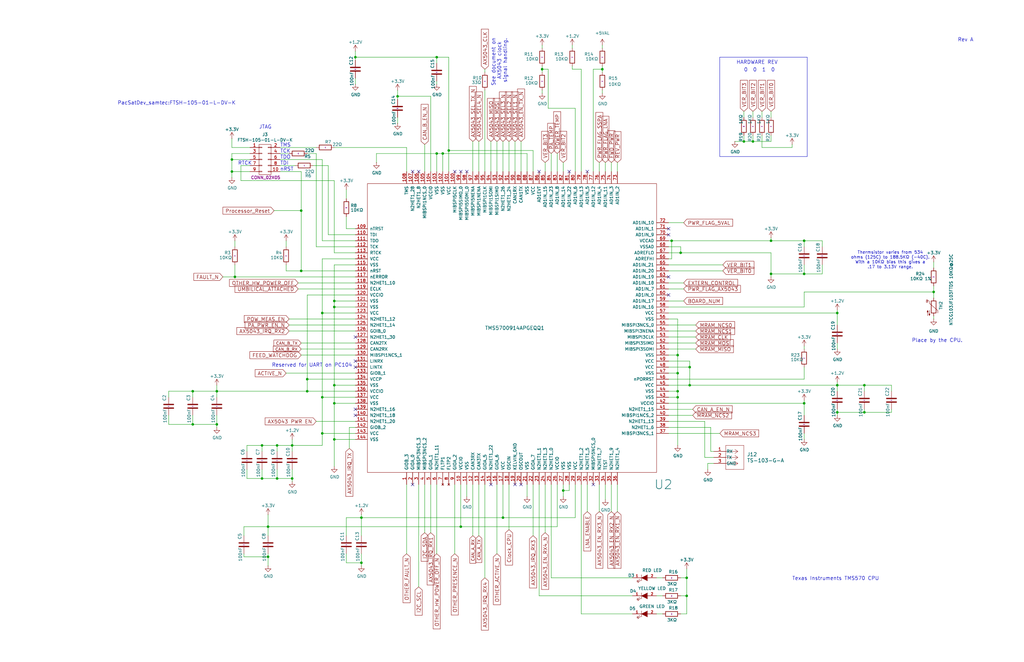
<source format=kicad_sch>
(kicad_sch (version 20250114) (generator "eeschema") (generator_version "9.0")
  (paper "USLedger")
  (title_block (title "Radiation Tolerant PacSat Communication") (date "2023-06-17") (rev "1.1") (company "AMSAT-NA") (comment 1 "N5BRG"))
  (text "Texas Instruments TMS570 CPU" (at 334.01 245.11 0) (effects (font (size 1.524 1.524)) (justify left bottom)))
  (text "RTCK" (at 100.33 69.85 0) (effects (font (size 1.524 1.524)) (justify left bottom)))
  (text "PacSatDev_samtec:FTSH-105-01-L-DV-K" (at 49.53 44.45 0) (effects (font (size 1.524 1.524)) (justify left bottom)))
  (text "1" (at 321.31 30.48 0) (effects (font (size 1.524 1.524)) (justify left bottom)))
  (text "0" (at 313.69 30.48 0) (effects (font (size 1.524 1.524)) (justify left bottom)))
  (text "See document on \nAX5043 clock\nsignal handling." (at 210.566 25.654 90) (effects (font (size 1.524 1.524))))
  (text "TCK" (at 118.11 64.77 0) (effects (font (size 1.524 1.524)) (justify left bottom)))
  (text "Rev A" (at 403.86 17.78 0) (effects (font (size 1.524 1.524)) (justify left bottom)))
  (text "nRST" (at 118.11 72.39 0) (effects (font (size 1.524 1.524)) (justify left bottom)))
  (text "TDI" (at 118.11 69.85 0) (effects (font (size 1.524 1.524)) (justify left bottom)))
  (text "JTAG" (at 109.22 54.61 0) (effects (font (size 1.524 1.524)) (justify left bottom)))
  (text "Place by the CPU." (at 395.224 143.764 0) (effects (font (size 1.524 1.524))))
  (text "Reserved for UART on PC104" (at 131.572 154.178 0) (effects (font (size 1.524 1.524))))
  (text "Thermsistor varies from 534\nohms (125C) to 188.5KΩ (-40C).\nWith a 10KΩ bias this gives a\n.17 to 3.13V range." (at 375.412 109.728 0) (effects (font (size 1.27 1.27))))
  (text "HARDWARE REV" (at 310.515 27.305 0) (effects (font (size 1.524 1.524)) (justify left bottom)))
  (text "0" (at 325.12 30.48 0) (effects (font (size 1.524 1.524)) (justify left bottom)))
  (text "0" (at 317.5 30.48 0) (effects (font (size 1.524 1.524)) (justify left bottom)))
  (text "TDO" (at 118.11 67.31 0) (effects (font (size 1.524 1.524)) (justify left bottom)))
  (text "TMS" (at 118.11 62.23 0) (effects (font (size 1.524 1.524)) (justify left bottom)))
  (junction (at 129.54 165.1))
  (junction (at 110.49 187.96))
  (junction (at 393.7 123.19))
  (junction (at 140.97 170.18))
  (junction (at 81.28 165.1))
  (junction (at 194.31 222.25))
  (junction (at 285.75 165.1))
  (junction (at 313.69 59.69))
  (junction (at 364.49 162.56))
  (junction (at 140.97 162.56))
  (junction (at 152.4 218.44))
  (junction (at 189.23 63.5))
  (junction (at 285.75 157.48))
  (junction (at 353.06 132.08))
  (junction (at 364.49 173.99))
  (junction (at 97.79 67.31))
  (junction (at 113.03 222.25))
  (junction (at 129.54 160.02))
  (junction (at 287.02 106.68))
  (junction (at 228.6 29.21))
  (junction (at 184.15 64.77))
  (junction (at 99.06 116.84))
  (junction (at 290.83 154.94))
  (junction (at 289.56 251.46))
  (junction (at 116.84 187.96))
  (junction (at 325.12 101.6))
  (junction (at 149.86 24.13))
  (junction (at 289.56 243.84))
  (junction (at 140.97 127))
  (junction (at 339.09 101.6))
  (junction (at 110.49 201.93))
  (junction (at 212.09 218.44))
  (junction (at 325.12 115.57))
  (junction (at 167.64 40.64))
  (junction (at 152.4 237.49))
  (junction (at 237.49 207.01))
  (junction (at 184.15 24.13))
  (junction (at 135.89 132.08))
  (junction (at 91.44 165.1))
  (junction (at 113.03 234.95))
  (junction (at 123.19 201.93))
  (junction (at 339.09 115.57))
  (junction (at 116.84 201.93))
  (junction (at 81.28 179.07))
  (junction (at 353.06 162.56))
  (junction (at 135.89 167.64))
  (junction (at 127 88.9))
  (junction (at 91.44 179.07))
  (junction (at 135.89 182.88))
  (junction (at 285.75 149.86))
  (junction (at 339.09 170.18))
  (junction (at 140.97 129.54))
  (junction (at 317.5 59.69))
  (junction (at 353.06 173.99))
  (junction (at 285.75 167.64))
  (junction (at 127 114.3))
  (junction (at 140.97 185.42))
  (junction (at 186.69 64.77))
  (junction (at 97.79 72.39))
  (junction (at 123.19 187.96))
  (junction (at 283.21 101.6))
  (junction (at 290.83 162.56))
  (junction (at 254 29.21))
  (no_connect (at 281.94 96.52))
  (no_connect (at 281.94 124.46))
  (no_connect (at 149.86 154.94))
  (no_connect (at 196.85 72.39))
  (no_connect (at 173.99 72.39))
  (no_connect (at 250.19 204.47))
  (no_connect (at 149.86 175.26))
  (no_connect (at 149.86 152.4))
  (no_connect (at 149.86 142.24))
  (no_connect (at 149.86 172.72))
  (no_connect (at 207.01 204.47))
  (no_connect (at 227.33 72.39))
  (no_connect (at 219.71 204.47))
  (no_connect (at 247.65 72.39))
  (no_connect (at 281.94 99.06))
  (no_connect (at 191.77 72.39))
  (no_connect (at 194.31 72.39))
  (no_connect (at 281.94 116.84))
  (no_connect (at 173.99 204.47))
  (no_connect (at 217.17 204.47))
  (no_connect (at 176.53 72.39))
  (no_connect (at 240.03 72.39))
  (wire (pts (xy 71.12 165.1) (xy 81.28 165.1)))
  (wire (pts (xy 245.11 259.08) (xy 266.7 259.08)))
  (wire (pts (xy 364.49 162.56) (xy 353.06 162.56)))
  (wire (pts (xy 91.44 162.56) (xy 91.44 165.1)))
  (wire (pts (xy 285.75 165.1) (xy 281.94 165.1)))
  (wire (pts (xy 135.89 182.88) (xy 135.89 187.96)))
  (wire (pts (xy 129.54 124.46) (xy 129.54 160.02)))
  (wire (pts (xy 146.05 226.06) (xy 146.05 218.44)))
  (wire (pts (xy 113.03 234.95) (xy 113.03 238.76)))
  (wire (pts (xy 339.09 170.18) (xy 339.09 175.26)))
  (wire (pts (xy 104.14 187.96) (xy 110.49 187.96)))
  (wire (pts (xy 135.89 101.6) (xy 135.89 67.31)))
  (wire (pts (xy 113.03 233.68) (xy 113.03 234.95)))
  (wire (pts (xy 393.7 120.65) (xy 393.7 123.19)))
  (wire (pts (xy 184.15 24.13) (xy 189.23 24.13)))
  (wire (pts (xy 91.44 175.26) (xy 91.44 179.07)))
  (wire (pts (xy 140.97 170.18) (xy 149.86 170.18)))
  (wire (pts (xy 353.06 132.08) (xy 353.06 137.16)))
  (wire (pts (xy 102.87 233.68) (xy 102.87 234.95)))
  (wire (pts (xy 339.09 123.19) (xy 393.7 123.19)))
  (wire (pts (xy 152.4 217.17) (xy 152.4 218.44)))
  (wire (pts (xy 393.7 110.49) (xy 393.7 113.03)))
  (wire (pts (xy 91.44 179.07) (xy 91.44 180.34)))
  (wire (pts (xy 120.65 101.6) (xy 120.65 104.14)))
  (wire (pts (xy 140.97 127) (xy 149.86 127)))
  (wire (pts (xy 285.75 149.86) (xy 285.75 157.48)))
  (wire (pts (xy 204.47 72.39) (xy 204.47 38.1)))
  (wire (pts (xy 152.4 237.49) (xy 152.4 238.76)))
  (wire (pts (xy 194.31 222.25) (xy 234.95 222.25)))
  (wire (pts (xy 149.86 109.22) (xy 135.89 109.22)))
  (wire (pts (xy 127 88.9) (xy 127 72.39)))
  (wire (pts (xy 127 72.39) (xy 118.11 72.39)))
  (wire (pts (xy 353.06 130.81) (xy 353.06 132.08)))
  (wire (pts (xy 71.12 167.64) (xy 71.12 165.1)))
  (wire (pts (xy 300.99 193.04) (xy 297.18 193.04)))
  (wire (pts (xy 140.97 76.2) (xy 101.6 76.2)))
  (wire (pts (xy 317.5 59.69) (xy 325.12 59.69)))
  (wire (pts (xy 325.12 115.57) (xy 339.09 115.57)))
  (wire (pts (xy 81.28 165.1) (xy 81.28 167.64)))
  (wire (pts (xy 123.19 187.96) (xy 123.19 190.5)))
  (wire (pts (xy 228.6 29.21) (xy 228.6 30.48)))
  (wire (pts (xy 97.79 62.23) (xy 97.79 58.42)))
  (wire (pts (xy 300.99 190.5) (xy 299.72 190.5)))
  (wire (pts (xy 281.94 180.34) (xy 299.72 180.34)))
  (wire (pts (xy 339.09 101.6) (xy 339.09 104.14)))
  (wire (pts (xy 298.45 195.58) (xy 298.45 198.12)))
  (wire (pts (xy 101.6 76.2) (xy 101.6 69.85)))
  (wire (pts (xy 146.05 96.52) (xy 149.86 96.52)))
  (wire (pts (xy 152.4 218.44) (xy 152.4 226.06)))
  (wire (pts (xy 204.47 243.84) (xy 204.47 204.47)))
  (wire (pts (xy 290.83 152.4) (xy 281.94 152.4)))
  (wire (pts (xy 133.35 62.23) (xy 118.11 62.23)))
  (wire (pts (xy 287.02 243.84) (xy 289.56 243.84)))
  (wire (pts (xy 281.94 177.8) (xy 297.18 177.8)))
  (wire (pts (xy 325.12 115.57) (xy 325.12 116.84)))
  (wire (pts (xy 158.75 64.77) (xy 158.75 68.58)))
  (wire (pts (xy 252.73 68.58) (xy 252.73 72.39)))
  (wire (pts (xy 91.44 165.1) (xy 91.44 167.64)))
  (wire (pts (xy 212.09 218.44) (xy 242.57 218.44)))
  (wire (pts (xy 232.41 64.77) (xy 232.41 72.39)))
  (wire (pts (xy 229.87 204.47) (xy 229.87 224.79)))
  (wire (pts (xy 129.54 124.46) (xy 149.86 124.46)))
  (wire (pts (xy 113.03 222.25) (xy 194.31 222.25)))
  (wire (pts (xy 146.05 218.44) (xy 152.4 218.44)))
  (wire (pts (xy 105.41 62.23) (xy 97.79 62.23)))
  (wire (pts (xy 364.49 172.72) (xy 364.49 173.99)))
  (wire (pts (xy 99.06 116.84) (xy 149.86 116.84)))
  (wire (pts (xy 228.6 27.94) (xy 228.6 29.21)))
  (wire (pts (xy 234.95 222.25) (xy 234.95 204.47)))
  (wire (pts (xy 276.86 259.08) (xy 279.4 259.08)))
  (wire (pts (xy 135.89 187.96) (xy 123.19 187.96)))
  (wire (pts (xy 212.09 204.47) (xy 212.09 218.44)))
  (wire (pts (xy 353.06 144.78) (xy 353.06 147.32)))
  (wire (pts (xy 254 19.05) (xy 254 20.32)))
  (wire (pts (xy 304.8 114.3) (xy 281.94 114.3)))
  (wire (pts (xy 149.86 149.86) (xy 127 149.86)))
  (wire (pts (xy 71.12 179.07) (xy 81.28 179.07)))
  (wire (pts (xy 250.19 29.21) (xy 254 29.21)))
  (wire (pts (xy 71.12 175.26) (xy 71.12 179.07)))
  (wire (pts (xy 146.05 237.49) (xy 152.4 237.49)))
  (wire (pts (xy 167.64 49.53) (xy 167.64 52.07)))
  (wire (pts (xy 199.39 59.69) (xy 199.39 72.39)))
  (wire (pts (xy 127 147.32) (xy 149.86 147.32)))
  (wire (pts (xy 191.77 204.47) (xy 191.77 233.68)))
  (wire (pts (xy 281.94 175.26) (xy 292.1 175.26)))
  (wire (pts (xy 281.94 134.62) (xy 285.75 134.62)))
  (wire (pts (xy 127 114.3) (xy 127 88.9)))
  (wire (pts (xy 297.18 193.04) (xy 297.18 177.8)))
  (polyline (pts (xy 340.36 24.13) (xy 303.53 24.13)))
  (wire (pts (xy 104.14 190.5) (xy 104.14 187.96)))
  (wire (pts (xy 255.27 204.47) (xy 255.27 210.82)))
  (wire (pts (xy 281.94 121.92) (xy 288.29 121.92)))
  (wire (pts (xy 125.73 119.38) (xy 149.86 119.38)))
  (wire (pts (xy 110.49 198.12) (xy 110.49 201.93)))
  (wire (pts (xy 289.56 259.08) (xy 287.02 259.08)))
  (wire (pts (xy 140.97 111.76) (xy 140.97 127)))
  (wire (pts (xy 240.03 207.01) (xy 240.03 204.47)))
  (wire (pts (xy 281.94 144.78) (xy 293.37 144.78)))
  (wire (pts (xy 334.01 62.23) (xy 334.01 60.96)))
  (wire (pts (xy 129.54 160.02) (xy 129.54 165.1)))
  (wire (pts (xy 222.25 64.77) (xy 222.25 72.39)))
  (wire (pts (xy 339.09 160.02) (xy 281.94 160.02)))
  (wire (pts (xy 339.09 146.05) (xy 339.09 147.32)))
  (wire (pts (xy 353.06 172.72) (xy 353.06 173.99)))
  (wire (pts (xy 102.87 222.25) (xy 113.03 222.25)))
  (wire (pts (xy 245.11 72.39) (xy 245.11 29.21)))
  (wire (pts (xy 110.49 201.93) (xy 116.84 201.93)))
  (wire (pts (xy 189.23 63.5) (xy 224.79 63.5)))
  (wire (pts (xy 149.86 104.14) (xy 133.35 104.14)))
  (polyline (pts (xy 303.53 66.04) (xy 340.36 66.04)))
  (wire (pts (xy 110.49 187.96) (xy 110.49 190.5)))
  (wire (pts (xy 375.92 165.1) (xy 375.92 162.56)))
  (wire (pts (xy 209.55 204.47) (xy 209.55 233.68)))
  (wire (pts (xy 146.05 233.68) (xy 146.05 237.49)))
  (wire (pts (xy 325.12 106.68) (xy 325.12 115.57)))
  (wire (pts (xy 179.07 224.79) (xy 179.07 204.47)))
  (wire (pts (xy 231.14 29.21) (xy 228.6 29.21)))
  (wire (pts (xy 247.65 215.9) (xy 247.65 204.47)))
  (wire (pts (xy 184.15 24.13) (xy 184.15 26.67)))
  (wire (pts (xy 214.63 72.39) (xy 214.63 59.69)))
  (wire (pts (xy 99.06 111.76) (xy 99.06 116.84)))
  (wire (pts (xy 289.56 240.03) (xy 289.56 243.84)))
  (wire (pts (xy 97.79 72.39) (xy 105.41 72.39)))
  (wire (pts (xy 102.87 234.95) (xy 113.03 234.95)))
  (wire (pts (xy 254 38.1) (xy 254 39.37)))
  (wire (pts (xy 281.94 111.76) (xy 304.8 111.76)))
  (wire (pts (xy 281.94 109.22) (xy 283.21 109.22)))
  (wire (pts (xy 309.88 59.69) (xy 313.69 59.69)))
  (wire (pts (xy 237.49 68.58) (xy 237.49 72.39)))
  (wire (pts (xy 346.71 101.6) (xy 339.09 101.6)))
  (wire (pts (xy 91.44 165.1) (xy 129.54 165.1)))
  (wire (pts (xy 257.81 68.58) (xy 257.81 72.39)))
  (wire (pts (xy 181.61 204.47) (xy 181.61 224.79)))
  (wire (pts (xy 237.49 207.01) (xy 240.03 207.01)))
  (wire (pts (xy 222.25 204.47) (xy 222.25 209.55)))
  (wire (pts (xy 140.97 185.42) (xy 149.86 185.42)))
  (wire (pts (xy 201.93 72.39) (xy 201.93 59.69)))
  (wire (pts (xy 325.12 59.69) (xy 325.12 57.15)))
  (wire (pts (xy 171.45 72.39) (xy 171.45 62.23)))
  (wire (pts (xy 149.86 132.08) (xy 135.89 132.08)))
  (wire (pts (xy 364.49 173.99) (xy 353.06 173.99)))
  (wire (pts (xy 124.46 69.85) (xy 118.11 69.85)))
  (wire (pts (xy 339.09 101.6) (xy 325.12 101.6)))
  (wire (pts (xy 118.11 67.31) (xy 135.89 67.31)))
  (wire (pts (xy 135.89 132.08) (xy 135.89 167.64)))
  (wire (pts (xy 97.79 64.77) (xy 97.79 67.31)))
  (wire (pts (xy 133.35 104.14) (xy 133.35 64.77)))
  (wire (pts (xy 135.89 109.22) (xy 135.89 132.08)))
  (wire (pts (xy 167.64 38.1) (xy 167.64 40.64)))
  (wire (pts (xy 339.09 111.76) (xy 339.09 115.57)))
  (wire (pts (xy 241.3 27.94) (xy 241.3 29.21)))
  (wire (pts (xy 285.75 134.62) (xy 285.75 149.86)))
  (wire (pts (xy 127 114.3) (xy 149.86 114.3)))
  (wire (pts (xy 300.99 195.58) (xy 298.45 195.58)))
  (wire (pts (xy 281.94 127) (xy 288.29 127)))
  (wire (pts (xy 121.92 139.7) (xy 149.86 139.7)))
  (wire (pts (xy 257.81 204.47) (xy 257.81 215.9)))
  (wire (pts (xy 227.33 204.47) (xy 227.33 251.46)))
  (wire (pts (xy 149.86 33.02) (xy 149.86 35.56)))
  (wire (pts (xy 290.83 162.56) (xy 353.06 162.56)))
  (wire (pts (xy 152.4 233.68) (xy 152.4 237.49)))
  (wire (pts (xy 283.21 109.22) (xy 283.21 101.6)))
  (wire (pts (xy 99.06 101.6) (xy 99.06 104.14)))
  (wire (pts (xy 140.97 129.54) (xy 149.86 129.54)))
  (wire (pts (xy 133.35 64.77) (xy 129.54 64.77)))
  (wire (pts (xy 281.94 162.56) (xy 290.83 162.56)))
  (wire (pts (xy 194.31 222.25) (xy 194.31 204.47)))
  (wire (pts (xy 158.75 64.77) (xy 184.15 64.77)))
  (wire (pts (xy 140.97 162.56) (xy 140.97 170.18)))
  (wire (pts (xy 184.15 204.47) (xy 184.15 233.68)))
  (wire (pts (xy 281.94 182.88) (xy 303.53 182.88)))
  (wire (pts (xy 138.43 69.85) (xy 132.08 69.85)))
  (wire (pts (xy 189.23 24.13) (xy 189.23 63.5)))
  (wire (pts (xy 140.97 162.56) (xy 149.86 162.56)))
  (wire (pts (xy 290.83 152.4) (xy 290.83 154.94)))
  (wire (pts (xy 209.55 72.39) (xy 209.55 59.69)))
  (wire (pts (xy 281.94 139.7) (xy 293.37 139.7)))
  (wire (pts (xy 229.87 68.58) (xy 229.87 72.39)))
  (wire (pts (xy 212.09 72.39) (xy 212.09 59.69)))
  (wire (pts (xy 97.79 67.31) (xy 97.79 72.39)))
  (wire (pts (xy 353.06 161.29) (xy 353.06 162.56)))
  (wire (pts (xy 325.12 101.6) (xy 325.12 100.33)))
  (wire (pts (xy 149.86 24.13) (xy 149.86 25.4)))
  (wire (pts (xy 285.75 157.48) (xy 281.94 157.48)))
  (wire (pts (xy 242.57 218.44) (xy 242.57 204.47)))
  (polyline (pts (xy 340.36 66.04) (xy 340.36 24.13)))
  (wire (pts (xy 285.75 157.48) (xy 285.75 165.1)))
  (wire (pts (xy 186.69 64.77) (xy 186.69 72.39)))
  (wire (pts (xy 105.41 67.31) (xy 97.79 67.31)))
  (wire (pts (xy 242.57 45.72) (xy 242.57 72.39)))
  (wire (pts (xy 321.31 62.23) (xy 334.01 62.23)))
  (wire (pts (xy 184.15 72.39) (xy 184.15 64.77)))
  (wire (pts (xy 135.89 167.64) (xy 149.86 167.64)))
  (wire (pts (xy 232.41 243.84) (xy 266.7 243.84)))
  (wire (pts (xy 140.97 129.54) (xy 140.97 162.56)))
  (wire (pts (xy 129.54 165.1) (xy 149.86 165.1)))
  (wire (pts (xy 317.5 49.53) (xy 317.5 46.99)))
  (wire (pts (xy 276.86 243.84) (xy 279.4 243.84)))
  (wire (pts (xy 339.09 154.94) (xy 339.09 160.02)))
  (wire (pts (xy 285.75 167.64) (xy 281.94 167.64)))
  (wire (pts (xy 125.73 121.92) (xy 149.86 121.92)))
  (wire (pts (xy 232.41 204.47) (xy 232.41 243.84)))
  (wire (pts (xy 214.63 204.47) (xy 214.63 223.52)))
  (wire (pts (xy 149.86 99.06) (xy 138.43 99.06)))
  (wire (pts (xy 281.94 132.08) (xy 353.06 132.08)))
  (wire (pts (xy 186.69 64.77) (xy 222.25 64.77)))
  (wire (pts (xy 167.64 40.64) (xy 167.64 41.91)))
  (wire (pts (xy 149.86 157.48) (xy 120.65 157.48)))
  (wire (pts (xy 105.41 64.77) (xy 97.79 64.77)))
  (wire (pts (xy 228.6 38.1) (xy 228.6 39.37)))
  (wire (pts (xy 116.84 198.12) (xy 116.84 201.93)))
  (wire (pts (xy 281.94 93.98) (xy 288.29 93.98)))
  (wire (pts (xy 353.06 173.99) (xy 353.06 175.26)))
  (wire (pts (xy 339.09 115.57) (xy 346.71 115.57)))
  (polyline (pts (xy 303.53 24.13) (xy 303.53 66.04)))
  (wire (pts (xy 245.11 29.21) (xy 241.3 29.21)))
  (wire (pts (xy 242.57 45.72) (xy 231.14 45.72)))
  (wire (pts (xy 299.72 190.5) (xy 299.72 180.34)))
  (wire (pts (xy 189.23 63.5) (xy 189.23 72.39)))
  (wire (pts (xy 152.4 218.44) (xy 212.09 218.44)))
  (wire (pts (xy 135.89 167.64) (xy 135.89 182.88)))
  (wire (pts (xy 289.56 243.84) (xy 289.56 251.46)))
  (wire (pts (xy 353.06 162.56) (xy 353.06 165.1)))
  (wire (pts (xy 179.07 60.96) (xy 179.07 72.39)))
  (wire (pts (xy 135.89 182.88) (xy 149.86 182.88)))
  (wire (pts (xy 113.03 217.17) (xy 113.03 222.25)))
  (wire (pts (xy 199.39 204.47) (xy 199.39 226.06)))
  (wire (pts (xy 207.01 72.39) (xy 207.01 59.69)))
  (wire (pts (xy 285.75 167.64) (xy 285.75 187.96)))
  (wire (pts (xy 104.14 201.93) (xy 110.49 201.93)))
  (wire (pts (xy 321.31 57.15) (xy 321.31 62.23)))
  (wire (pts (xy 231.14 45.72) (xy 231.14 29.21)))
  (wire (pts (xy 116.84 187.96) (xy 123.19 187.96)))
  (wire (pts (xy 101.6 69.85) (xy 105.41 69.85)))
  (wire (pts (xy 102.87 226.06) (xy 102.87 222.25)))
  (wire (pts (xy 375.92 162.56) (xy 364.49 162.56)))
  (wire (pts (xy 171.45 62.23) (xy 140.97 62.23)))
  (wire (pts (xy 149.86 111.76) (xy 140.97 111.76)))
  (wire (pts (xy 393.7 133.35) (xy 393.7 134.62)))
  (wire (pts (xy 120.65 114.3) (xy 120.65 111.76)))
  (wire (pts (xy 290.83 154.94) (xy 281.94 154.94)))
  (wire (pts (xy 281.94 104.14) (xy 287.02 104.14)))
  (wire (pts (xy 241.3 19.05) (xy 241.3 20.32)))
  (wire (pts (xy 140.97 106.68) (xy 140.97 76.2)))
  (wire (pts (xy 224.79 72.39) (xy 224.79 63.5)))
  (wire (pts (xy 255.27 68.58) (xy 255.27 72.39)))
  (wire (pts (xy 339.09 129.54) (xy 339.09 123.19)))
  (wire (pts (xy 133.35 177.8) (xy 149.86 177.8)))
  (wire (pts (xy 81.28 165.1) (xy 91.44 165.1)))
  (wire (pts (xy 171.45 233.68) (xy 171.45 204.47)))
  (wire (pts (xy 121.92 137.16) (xy 149.86 137.16)))
  (wire (pts (xy 289.56 251.46) (xy 287.02 251.46)))
  (wire (pts (xy 281.94 147.32) (xy 293.37 147.32)))
  (wire (pts (xy 283.21 101.6) (xy 325.12 101.6)))
  (wire (pts (xy 228.6 19.05) (xy 228.6 20.32)))
  (wire (pts (xy 149.86 160.02) (xy 129.54 160.02)))
  (wire (pts (xy 196.85 204.47) (xy 196.85 209.55)))
  (wire (pts (xy 250.19 72.39) (xy 250.19 29.21)))
  (wire (pts (xy 287.02 106.68) (xy 325.12 106.68)))
  (wire (pts (xy 393.7 123.19) (xy 393.7 125.73)))
  (wire (pts (xy 281.94 101.6) (xy 283.21 101.6)))
  (wire (pts (xy 110.49 187.96) (xy 116.84 187.96)))
  (wire (pts (xy 140.97 170.18) (xy 140.97 185.42)))
  (wire (pts (xy 289.56 251.46) (xy 289.56 259.08)))
  (wire (pts (xy 146.05 91.44) (xy 146.05 96.52)))
  (wire (pts (xy 281.94 170.18) (xy 339.09 170.18)))
  (wire (pts (xy 313.69 46.99) (xy 313.69 49.53)))
  (wire (pts (xy 123.19 185.42) (xy 123.19 187.96)))
  (wire (pts (xy 149.86 106.68) (xy 140.97 106.68)))
  (wire (pts (xy 290.83 154.94) (xy 290.83 162.56)))
  (wire (pts (xy 224.79 226.06) (xy 224.79 204.47)))
  (wire (pts (xy 281.94 119.38) (xy 288.29 119.38)))
  (wire (pts (xy 285.75 165.1) (xy 285.75 167.64)))
  (wire (pts (xy 149.86 24.13) (xy 184.15 24.13)))
  (wire (pts (xy 339.09 182.88) (xy 339.09 185.42)))
  (wire (pts (xy 81.28 179.07) (xy 91.44 179.07)))
  (wire (pts (xy 149.86 180.34) (xy 147.32 180.34)))
  (wire (pts (xy 276.86 251.46) (xy 279.4 251.46)))
  (wire (pts (xy 184.15 34.29) (xy 184.15 35.56)))
  (wire (pts (xy 254 29.21) (xy 254 30.48)))
  (wire (pts (xy 313.69 59.69) (xy 317.5 59.69)))
  (wire (pts (xy 346.71 111.76) (xy 346.71 115.57)))
  (wire (pts (xy 375.92 173.99) (xy 364.49 173.99)))
  (wire (pts (xy 147.32 180.34) (xy 147.32 189.23)))
  (wire (pts (xy 237.49 204.47) (xy 237.49 207.01)))
  (wire (pts (xy 227.33 251.46) (xy 266.7 251.46)))
  (wire (pts (xy 181.61 40.64) (xy 181.61 72.39)))
  (wire (pts (xy 127 144.78) (xy 149.86 144.78)))
  (wire (pts (xy 184.15 64.77) (xy 186.69 64.77)))
  (wire (pts (xy 167.64 40.64) (xy 181.61 40.64)))
  (wire (pts (xy 260.35 204.47) (xy 260.35 215.9)))
  (wire (pts (xy 217.17 59.69) (xy 217.17 72.39)))
  (wire (pts (xy 339.09 168.91) (xy 339.09 170.18)))
  (wire (pts (xy 281.94 106.68) (xy 287.02 106.68)))
  (wire (pts (xy 313.69 59.69) (xy 313.69 57.15)))
  (wire (pts (xy 204.47 30.48) (xy 204.47 29.21)))
  (wire (pts (xy 237.49 207.01) (xy 237.49 209.55)))
  (wire (pts (xy 97.79 72.39) (xy 97.79 74.93)))
  (wire (pts (xy 219.71 59.69) (xy 219.71 72.39)))
  (wire (pts (xy 364.49 162.56) (xy 364.49 165.1)))
  (wire (pts (xy 252.73 204.47) (xy 252.73 215.9)))
  (wire (pts (xy 245.11 204.47) (xy 245.11 259.08)))
  (wire (pts (xy 113.03 222.25) (xy 113.03 226.06)))
  (wire (pts (xy 254 27.94) (xy 254 29.21)))
  (wire (pts (xy 346.71 104.14) (xy 346.71 101.6)))
  (wire (pts (xy 201.93 204.47) (xy 201.93 226.06)))
  (wire (pts (xy 292.1 172.72) (xy 281.94 172.72)))
  (wire (pts (xy 287.02 104.14) (xy 287.02 106.68)))
  (wire (pts (xy 138.43 99.06) (xy 138.43 69.85)))
  (wire (pts (xy 123.19 198.12) (xy 123.19 201.93)))
  (wire (pts (xy 81.28 175.26) (xy 81.28 179.07)))
  (wire (pts (xy 321.31 49.53) (xy 321.31 46.99)))
  (wire (pts (xy 281.94 142.24) (xy 293.37 142.24)))
  (wire (pts (xy 146.05 80.01) (xy 146.05 83.82)))
  (wire (pts (xy 149.86 101.6) (xy 135.89 101.6)))
  (wire (pts (xy 121.92 134.62) (xy 149.86 134.62)))
  (wire (pts (xy 121.92 64.77) (xy 118.11 64.77)))
  (wire (pts (xy 281.94 137.16) (xy 293.37 137.16)))
  (wire (pts (xy 115.57 88.9) (xy 127 88.9)))
  (wire (pts (xy 140.97 185.42) (xy 140.97 196.85)))
  (wire (pts (xy 140.97 127) (xy 140.97 129.54)))
  (wire (pts (xy 375.92 172.72) (xy 375.92 173.99)))
  (wire (pts (xy 116.84 201.93) (xy 123.19 201.93)))
  (wire (pts (xy 93.98 116.84) (xy 99.06 116.84)))
  (wire (pts (xy 104.14 198.12) (xy 104.14 201.93)))
  (wire (pts (xy 234.95 64.77) (xy 234.95 72.39)))
  (wire (pts (xy 176.53 204.47) (xy 176.53 247.65)))
  (wire (pts (xy 325.12 49.53) (xy 325.12 46.99)))
  (wire (pts (xy 116.84 187.96) (xy 116.84 190.5)))
  (wire (pts (xy 260.35 68.58) (xy 260.35 72.39)))
  (wire (pts (xy 120.65 114.3) (xy 127 114.3)))
  (wire (pts (xy 281.94 129.54) (xy 339.09 129.54)))
  (wire (pts (xy 317.5 57.15) (xy 317.5 59.69)))
  (wire (pts (xy 123.19 201.93) (xy 123.19 203.2)))
  (wire (pts (xy 281.94 149.86) (xy 285.75 149.86)))
  (wire (pts (xy 149.86 21.59) (xy 149.86 24.13)))
  (global_label "AX5043_EN_RX1_N" (shape input) (at 260.35 215.9 270) (effects (font (size 1.524 1.524))) (property "Intersheetrefs" "${INTERSHEET_REFS}" (effects (hide yes))))
  (global_label "POWER_TEMP" (shape input) (at 234.95 64.77 90) (effects (font (size 1.524 1.524))) (property "Intersheetrefs" "${INTERSHEET_REFS}" (effects (hide yes))))
  (global_label "VER_BIT2" (shape input) (at 237.49 68.58 90) (effects (font (size 1.524 1.524))) (property "Intersheetrefs" "${INTERSHEET_REFS}" (effects (hide yes))))
  (global_label "OTHER_HW_POWER_OFF" (shape input) (at 125.73 119.38 180) (effects (font (size 1.524 1.524))) (property "Intersheetrefs" "${INTERSHEET_REFS}" (effects (hide yes))))
  (global_label "MRAM_NCS1" (shape input) (at 293.37 139.7 0) (effects (font (size 1.524 1.524))) (property "Intersheetrefs" "${INTERSHEET_REFS}" (effects (hide yes))))
  (global_label "AX5043_SEL2_N" (shape input) (at 214.63 59.69 90) (effects (font (size 1.524 1.524))) (property "Intersheetrefs" "${INTERSHEET_REFS}" (effects (hide yes))))
  (global_label "AX5043_IRQ_RX2" (shape input) (at 121.92 139.7 180) (effects (font (size 1.524 1.524))) (property "Intersheetrefs" "${INTERSHEET_REFS}" (effects (hide yes))))
  (global_label "CAN_B_EN_N" (shape input) (at 179.07 60.96 90) (effects (font (size 1.524 1.524))) (property "Intersheetrefs" "${INTERSHEET_REFS}" (effects (hide yes))))
  (global_label "MRAM_NCS3" (shape input) (at 303.53 182.88 0) (effects (font (size 1.524 1.524))) (property "Intersheetrefs" "${INTERSHEET_REFS}" (effects (hide yes))))
  (global_label "MRAM_MOSI" (shape input) (at 293.37 144.78 0) (effects (font (size 1.524 1.524))) (property "Intersheetrefs" "${INTERSHEET_REFS}" (effects (hide yes))))
  (global_label "CAN_B_TX" (shape input) (at 127 144.78 180) (property "Intersheetrefs" "${INTERSHEET_REFS}" (effects (hide yes))))
  (global_label "UMBILICAL_ATTACHED" (shape input) (at 125.73 121.92 180) (effects (font (size 1.524 1.524))) (property "Intersheetrefs" "${INTERSHEET_REFS}" (effects (hide yes))))
  (global_label "VER_BIT1" (shape input) (at 304.8 111.76 0) (effects (font (size 1.524 1.524))) (property "Intersheetrefs" "${INTERSHEET_REFS}" (effects (hide yes))))
  (global_label "PWR_FLAG_5VAL" (shape input) (at 288.29 93.98 0) (effects (font (size 1.524 1.524))) (property "Intersheetrefs" "${INTERSHEET_REFS}" (effects (hide yes))))
  (global_label "AX5043_SEL_TX_N" (shape input) (at 199.39 59.69 90) (effects (font (size 1.524 1.524))) (property "Intersheetrefs" "${INTERSHEET_REFS}" (effects (hide yes))))
  (global_label "VER_BIT0" (shape input) (at 304.8 114.3 0) (effects (font (size 1.524 1.524))) (property "Intersheetrefs" "${INTERSHEET_REFS}" (effects (hide yes))))
  (global_label "CAN_A_EN_N" (shape input) (at 292.1 172.72 0) (effects (font (size 1.524 1.524))) (property "Intersheetrefs" "${INTERSHEET_REFS}" (effects (hide yes))))
  (global_label "AX5043_IRQ_RX1" (shape input) (at 181.61 224.79 270) (effects (font (size 1.524 1.524))) (property "Intersheetrefs" "${INTERSHEET_REFS}" (effects (hide yes))))
  (global_label "MRAM_CLK" (shape input) (at 293.37 142.24 0) (effects (font (size 1.524 1.524))) (property "Intersheetrefs" "${INTERSHEET_REFS}" (effects (hide yes))))
  (global_label "PWR_FLAG_AX5043" (shape input) (at 288.29 121.92 0) (effects (font (size 1.524 1.524))) (property "Intersheetrefs" "${INTERSHEET_REFS}" (effects (hide yes))))
  (global_label "POW_MEAS_EN" (shape input) (at 121.92 134.62 180) (effects (font (size 1.524 1.524))) (property "Intersheetrefs" "${INTERSHEET_REFS}" (effects (hide yes))))
  (global_label "AX5043_IRQ_RX4" (shape input) (at 204.47 243.84 270) (effects (font (size 1.524 1.524))) (property "Intersheetrefs" "${INTERSHEET_REFS}" (effects (hide yes))))
  (global_label "FEED_WATCHDOG" (shape input) (at 127 149.86 180) (effects (font (size 1.524 1.524))) (property "Intersheetrefs" "${INTERSHEET_REFS}" (effects (hide yes))))
  (global_label "AX5043_IRQ_TX" (shape input) (at 147.32 189.23 270) (effects (font (size 1.524 1.524))) (property "Intersheetrefs" "${INTERSHEET_REFS}" (effects (hide yes))))
  (global_label "PA_PWR_EN_N" (shape input) (at 121.92 137.16 180) (effects (font (size 1.524 1.524))) (property "Intersheetrefs" "${INTERSHEET_REFS}" (effects (hide yes))))
  (global_label "AX5043_EN_RX4_N" (shape input) (at 229.87 224.79 270) (effects (font (size 1.524 1.524))) (property "Intersheetrefs" "${INTERSHEET_REFS}" (effects (hide yes))))
  (global_label "FAULT_N" (shape input) (at 93.98 116.84 180) (effects (font (size 1.524 1.524))) (property "Intersheetrefs" "${INTERSHEET_REFS}" (effects (hide yes))))
  (global_label "OTHER_ACTIVE_N" (shape input) (at 209.55 233.68 270) (effects (font (size 1.524 1.524))) (property "Intersheetrefs" "${INTERSHEET_REFS}" (effects (hide yes))))
  (global_label "OTHER_PRESENCE_N" (shape input) (at 191.77 233.68 270) (effects (font (size 1.524 1.524))) (property "Intersheetrefs" "${INTERSHEET_REFS}" (effects (hide yes))))
  (global_label "AX5043_EN_RX3_N" (shape input) (at 252.73 215.9 270) (effects (font (size 1.524 1.524))) (property "Intersheetrefs" "${INTERSHEET_REFS}" (effects (hide yes))))
  (global_label "MRAM_MISO" (shape input) (at 293.37 147.32 0) (effects (font (size 1.524 1.524))) (property "Intersheetrefs" "${INTERSHEET_REFS}" (effects (hide yes))))
  (global_label "Processor_Reset" (shape input) (at 115.57 88.9 180) (effects (font (size 1.524 1.524))) (property "Intersheetrefs" "${INTERSHEET_REFS}" (effects (hide yes))))
  (global_label "AX5043_IRQ_RX3" (shape input) (at 224.79 226.06 270) (effects (font (size 1.524 1.524))) (property "Intersheetrefs" "${INTERSHEET_REFS}" (effects (hide yes))))
  (global_label "AX5043_MISO" (shape input) (at 207.01 59.69 90) (effects (font (size 1.524 1.524))) (property "Intersheetrefs" "${INTERSHEET_REFS}" (effects (hide yes))))
  (global_label "OTHER_HW_POWER_OFF_N" (shape input) (at 184.15 233.68 270) (effects (font (size 1.524 1.524))) (property "Intersheetrefs" "${INTERSHEET_REFS}" (effects (hide yes))))
  (global_label "PWR_FLAG_SSPA" (shape input) (at 252.73 68.58 90) (effects (font (size 1.524 1.524))) (property "Intersheetrefs" "${INTERSHEET_REFS}" (effects (hide yes))))
  (global_label "AX5043 PWR EN" (shape input) (at 133.35 177.8 180) (effects (font (size 1.524 1.524))) (property "Intersheetrefs" "${INTERSHEET_REFS}" (effects (hide yes))))
  (global_label "LNA_ENABLE" (shape input) (at 247.65 215.9 270) (effects (font (size 1.524 1.524))) (property "Intersheetrefs" "${INTERSHEET_REFS}" (effects (hide yes))))
  (global_label "I2C_SDA" (shape input) (at 179.07 224.79 270) (effects (font (size 1.524 1.524))) (property "Intersheetrefs" "${INTERSHEET_REFS}" (effects (hide yes))))
  (global_label "CAN_B_RX" (shape input) (at 127 147.32 180) (property "Intersheetrefs" "${INTERSHEET_REFS}" (effects (hide yes))))
  (global_label "FWD_PWR" (shape input) (at 257.81 68.58 90) (effects (font (size 1.524 1.524))) (property "Intersheetrefs" "${INTERSHEET_REFS}" (effects (hide yes))))
  (global_label "AX5043_SEL1_N" (shape input) (at 217.17 59.69 90) (effects (font (size 1.524 1.524))) (property "Intersheetrefs" "${INTERSHEET_REFS}" (effects (hide yes))))
  (global_label "OTHER_FAULT_N" (shape input) (at 171.45 233.68 270) (effects (font (size 1.524 1.524))) (property "Intersheetrefs" "${INTERSHEET_REFS}" (effects (hide yes))))
  (global_label "AX5043_EN_TX_N" (shape input) (at 219.71 59.69 90) (effects (font (size 1.524 1.524))) (property "Intersheetrefs" "${INTERSHEET_REFS}" (effects (hide yes))))
  (global_label "AX5043_SEL3_N" (shape input) (at 212.09 59.69 90) (effects (font (size 1.524 1.524))) (property "Intersheetrefs" "${INTERSHEET_REFS}" (effects (hide yes))))
  (global_label "REV_PWR" (shape input) (at 260.35 68.58 90) (effects (font (size 1.524 1.524))) (property "Intersheetrefs" "${INTERSHEET_REFS}" (effects (hide yes))))
  (global_label "CAN_A_TX" (shape input) (at 201.93 226.06 270) (property "Intersheetrefs" "${INTERSHEET_REFS}" (effects (hide yes))))
  (global_label "VER_BIT3" (shape input) (at 313.69 46.99 90) (effects (font (size 1.524 1.524))) (property "Intersheetrefs" "${INTERSHEET_REFS}" (effects (hide yes))))
  (global_label "AX5043_SEL4_N" (shape input) (at 201.93 59.69 90) (effects (font (size 1.524 1.524))) (property "Intersheetrefs" "${INTERSHEET_REFS}" (effects (hide yes))))
  (global_label "BOARD_NUM" (shape input) (at 288.29 127 0) (effects (font (size 1.524 1.524))) (property "Intersheetrefs" "${INTERSHEET_REFS}" (effects (hide yes))))
  (global_label "VER_BIT3" (shape input) (at 229.87 68.58 90) (effects (font (size 1.524 1.524))) (property "Intersheetrefs" "${INTERSHEET_REFS}" (effects (hide yes))))
  (global_label "EXTERN_CONTROL" (shape input) (at 288.29 119.38 0) (effects (font (size 1.524 1.524))) (property "Intersheetrefs" "${INTERSHEET_REFS}" (effects (hide yes))))
  (global_label "MRAM_NCS2" (shape input) (at 292.1 175.26 0) (effects (font (size 1.524 1.524))) (property "Intersheetrefs" "${INTERSHEET_REFS}" (effects (hide yes))))
  (global_label "MRAM_NCS0" (shape input) (at 293.37 137.16 0) (effects (font (size 1.524 1.524))) (property "Intersheetrefs" "${INTERSHEET_REFS}" (effects (hide yes))))
  (global_label "PA_TEMP" (shape input) (at 232.41 64.77 90) (effects (font (size 1.524 1.524))) (property "Intersheetrefs" "${INTERSHEET_REFS}" (effects (hide yes))))
  (global_label "VER_BIT1" (shape input) (at 321.31 46.99 90) (effects (font (size 1.524 1.524))) (property "Intersheetrefs" "${INTERSHEET_REFS}" (effects (hide yes))))
  (global_label "AX5043_MOSI" (shape input) (at 209.55 59.69 90) (effects (font (size 1.524 1.524))) (property "Intersheetrefs" "${INTERSHEET_REFS}" (effects (hide yes))))
  (global_label "ACTIVE_N" (shape input) (at 120.65 157.48 180) (effects (font (size 1.524 1.524))) (property "Intersheetrefs" "${INTERSHEET_REFS}" (effects (hide yes))))
  (global_label "Clock_CPU" (shape input) (at 214.63 223.52 270) (effects (font (size 1.524 1.524))) (property "Intersheetrefs" "${INTERSHEET_REFS}" (effects (hide yes))))
  (global_label "PWR_FLAG_LNA" (shape input) (at 255.27 68.58 90) (effects (font (size 1.524 1.524))) (property "Intersheetrefs" "${INTERSHEET_REFS}" (effects (hide yes))))
  (global_label "VER_BIT2" (shape input) (at 317.5 46.99 90) (effects (font (size 1.524 1.524))) (property "Intersheetrefs" "${INTERSHEET_REFS}" (effects (hide yes))))
  (global_label "AX5043_EN_RX2_N" (shape input) (at 257.81 215.9 270) (effects (font (size 1.524 1.524))) (property "Intersheetrefs" "${INTERSHEET_REFS}" (effects (hide yes))))
  (global_label "CAN_A_RX" (shape input) (at 199.39 226.06 270) (property "Intersheetrefs" "${INTERSHEET_REFS}" (effects (hide yes))))
  (global_label "VER_BIT0" (shape input) (at 325.12 46.99 90) (effects (font (size 1.524 1.524))) (property "Intersheetrefs" "${INTERSHEET_REFS}" (effects (hide yes))))
  (global_label "AX5043_CLK" (shape input) (at 204.47 29.21 90) (effects (font (size 1.524 1.524))) (property "Intersheetrefs" "${INTERSHEET_REFS}" (effects (hide yes))))
  (global_label "I2C_SCL" (shape input) (at 176.53 247.65 270) (effects (font (size 1.524 1.524))) (property "Intersheetrefs" "${INTERSHEET_REFS}" (effects (hide yes))))
  (symbol (lib_id "PACSAT_ICs:TMS570LS0914PGE") (at 215.9 138.43 0) (unit 1)
    (property "Reference" "U2" (at 275.59 204.47 0) (effects (font (size 3.81 3.81)) (justify left)))
    (property "Value" "TMS5700914APGEQQ1" (at 204.47 138.43 0) (effects (font (size 1.524 1.524)) (justify left)))
    (property "Footprint" "PacSatDev_ti:TQFP-144_20x20mm_Pitch0.5mm" (effects (hide yes)))
  )
  (symbol (lib_id "power:GND") (at 196.85 209.55 0) (unit 1)
    (property "Reference" "#PWR026" (effects (hide yes)))
    (property "Value" "GND" (at 196.977 213.9442 0))
  )
  (symbol (lib_id "power:GND") (at 285.75 187.96 0) (unit 1)
    (property "Reference" "#PWR036" (effects (hide yes)))
    (property "Value" "GND" (at 285.877 192.3542 0))
  )
  (symbol (lib_id "Device:R") (at 120.65 107.95 0) (unit 1)
    (property "Reference" "R4" (at 116.205 106.68 0) (effects (justify left)))
    (property "Value" "10KΩ" (at 114.046 108.712 0) (effects (justify left)))
    (property "Footprint" "Resistor_SMD:R_0402_1005Metric_Pad0.72x0.64mm_HandSolder" (effects (hide yes)))
    (property "Datasheet" "~" (at 120.65 107.95 0))
  )
  (symbol (lib_id "power:GND") (at 140.97 196.85 0) (unit 1)
    (property "Reference" "#PWR015" (effects (hide yes)))
    (property "Value" "GND" (at 141.097 201.2442 0))
  )
  (symbol (lib_id "power:GND") (at 222.25 209.55 0) (unit 1)
    (property "Reference" "#PWR028" (effects (hide yes)))
    (property "Value" "GND" (at 222.377 213.9442 0))
  )
  (symbol (lib_id "power:GND") (at 237.49 209.55 0) (unit 1)
    (property "Reference" "#PWR031" (effects (hide yes)))
    (property "Value" "GND" (at 237.617 213.9442 0))
  )
  (symbol (lib_id "power:GND") (at 158.75 68.58 0) (unit 1)
    (property "Reference" "#PWR021" (effects (hide yes)))
    (property "Value" "GND" (at 158.877 72.9742 0))
  )
  (symbol (lib_id "power:GND") (at 353.06 175.26 0) (unit 1)
    (property "Reference" "#PWR048" (effects (hide yes)))
    (property "Value" "GND" (at 353.187 179.6542 0))
  )
  (symbol (lib_id "power:GND") (at 167.64 52.07 0) (unit 1)
    (property "Reference" "#PWR023" (effects (hide yes)))
    (property "Value" "GND" (at 167.767 56.4642 0))
  )
  (symbol (lib_id "power:GND") (at 339.09 185.42 0) (unit 1)
    (property "Reference" "#PWR044" (effects (hide yes)))
    (property "Value" "GND" (at 339.217 189.8142 0))
  )
  (symbol (lib_id "power:GND") (at 353.06 147.32 0) (unit 1)
    (property "Reference" "#PWR046" (effects (hide yes)))
    (property "Value" "GND" (at 353.187 151.7142 0))
  )
  (symbol (lib_id "power:GND") (at 149.86 35.56 0) (unit 1)
    (property "Reference" "#PWR018" (effects (hide yes)))
    (property "Value" "GND" (at 149.987 39.9542 0))
  )
  (symbol (lib_id "power:GND") (at 152.4 238.76 0) (unit 1)
    (property "Reference" "#PWR020" (effects (hide yes)))
    (property "Value" "GND" (at 152.527 243.1542 0))
  )
  (symbol (lib_id "power:GND") (at 113.03 238.76 0) (unit 1)
    (property "Reference" "#PWR011" (effects (hide yes)))
    (property "Value" "GND" (at 113.157 243.1542 0))
  )
  (symbol (lib_id "power:GND") (at 123.19 203.2 0) (unit 1)
    (property "Reference" "#PWR014" (effects (hide yes)))
    (property "Value" "GND" (at 123.317 207.5942 0))
  )
  (symbol (lib_id "power:GND") (at 91.44 180.34 0) (unit 1)
    (property "Reference" "#PWR06" (effects (hide yes)))
    (property "Value" "GND" (at 91.567 184.7342 0))
  )
  (symbol (lib_id "PACSAT_DEV_misc:CONN_02X05") (at 111.76 67.31 0) (unit 1)
    (property "Reference" "J3" (at 111.76 56.769 0))
    (property "Value" "FTSH-105-01-L-DV-K" (at 111.76 59.0804 0))
    (property "Footprint" "PacSatDev_samtec:FTSH-105-01-L-DV-K" (effects (hide yes)))
    (property "Description" "CONN_02X05" (at 112.014 74.93 0))
  )
  (symbol (lib_id "power:GND") (at 97.79 74.93 0) (unit 1)
    (property "Reference" "#PWR08" (effects (hide yes)))
    (property "Value" "GND" (at 97.917 79.3242 0))
  )
  (symbol (lib_id "Device:R") (at 146.05 87.63 0) (unit 1)
    (property "Reference" "R8" (at 147.828 86.741 0) (effects (justify left)))
    (property "Value" "10KΩ" (at 147.828 88.646 0) (effects (justify left)))
    (property "Footprint" "Resistor_SMD:R_0402_1005Metric_Pad0.72x0.64mm_HandSolder" (effects (hide yes)))
    (property "Datasheet" "~" (at 146.05 87.63 0))
  )
  (symbol (lib_id "Device:R") (at 99.06 107.95 0) (unit 1)
    (property "Reference" "R3" (at 94.615 106.68 0) (effects (justify left)))
    (property "Value" "10KΩ" (at 92.456 108.712 0) (effects (justify left)))
    (property "Footprint" "Resistor_SMD:R_0402_1005Metric_Pad0.72x0.64mm_HandSolder" (effects (hide yes)))
    (property "Datasheet" "~" (at 99.06 107.95 0))
  )
  (symbol (lib_id "power:GND") (at 255.27 210.82 0) (unit 1)
    (property "Reference" "#PWR035" (effects (hide yes)))
    (property "Value" "GND" (at 255.397 215.2142 0))
  )
  (symbol (lib_id "power:GND") (at 325.12 116.84 0) (unit 1)
    (property "Reference" "#PWR040" (effects (hide yes)))
    (property "Value" "GND" (at 325.247 121.2342 0))
  )
  (symbol (lib_id "PACSAT_DEV_misc:LED") (at 271.78 243.84 0) (unit 1)
    (property "Reference" "D3" (at 266.192 242.824 0))
    (property "Value" "RED LED" (at 274.955 240.665 0))
    (property "Footprint" "LED_SMD:LED_0603_1608Metric_Pad1.05x0.95mm_HandSolder" (effects (hide yes)))
  )
  (symbol (lib_id "PACSAT_DEV_misc:LED") (at 271.78 251.46 0) (unit 1)
    (property "Reference" "D4" (at 266.954 249.428 0))
    (property "Value" "YELLOW LED" (at 274.955 248.285 0))
    (property "Footprint" "LED_SMD:LED_0603_1608Metric_Pad1.05x0.95mm_HandSolder" (effects (hide yes)))
  )
  (symbol (lib_id "PACSAT_DEV_misc:LED") (at 271.78 259.08 0) (unit 1)
    (property "Reference" "D5" (at 266.7 256.794 0))
    (property "Value" "GREEN LED" (at 274.955 255.905 0))
    (property "Footprint" "LED_SMD:LED_0603_1608Metric_Pad1.05x0.95mm_HandSolder" (effects (hide yes)))
  )
  (symbol (lib_id "Device:R") (at 283.21 243.84 270) (unit 1)
    (property "Reference" "R16" (at 281.94 241.3 90) (effects (justify left)))
    (property "Value" "3KΩ" (at 281.305 246.38 90) (effects (justify left)))
    (property "Footprint" "Resistor_SMD:R_0603_1608Metric_Pad0.98x0.95mm_HandSolder" (effects (hide yes)))
    (property "Datasheet" "~" (at 283.21 243.84 0))
  )
  (symbol (lib_id "Device:R") (at 283.21 251.46 270) (unit 1)
    (property "Reference" "R17" (at 281.94 248.92 90) (effects (justify left)))
    (property "Value" "3KΩ" (at 281.305 254 90) (effects (justify left)))
    (property "Footprint" "Resistor_SMD:R_0603_1608Metric_Pad0.98x0.95mm_HandSolder" (effects (hide yes)))
    (property "Datasheet" "~" (at 283.21 251.46 0))
  )
  (symbol (lib_id "Device:R") (at 283.21 259.08 270) (unit 1)
    (property "Reference" "R18" (at 281.94 256.54 90) (effects (justify left)))
    (property "Value" "3KΩ" (at 281.305 261.62 90) (effects (justify left)))
    (property "Footprint" "Resistor_SMD:R_0603_1608Metric_Pad0.98x0.95mm_HandSolder" (effects (hide yes)))
    (property "Datasheet" "~" (at 283.21 259.08 0))
  )
  (symbol (lib_id "Device:R") (at 339.09 151.13 0) (unit 1)
    (property "Reference" "R23" (at 333.375 149.86 0) (effects (justify left)))
    (property "Value" "10KΩ" (at 333.375 151.765 0) (effects (justify left)))
    (property "Footprint" "Resistor_SMD:R_0402_1005Metric_Pad0.72x0.64mm_HandSolder" (effects (hide yes)))
    (property "Datasheet" "~" (at 339.09 151.13 0))
  )
  (symbol (lib_id "power:GND") (at 309.88 59.69 0) (unit 1)
    (property "Reference" "#PWR038" (effects (hide yes)))
    (property "Value" "GND" (at 310.007 64.0842 0))
  )
  (symbol (lib_id "Device:R") (at 313.69 53.34 180) (unit 1)
    (property "Reference" "R19" (at 312.42 55.88 90) (effects (justify left)))
    (property "Value" "1KΩ" (at 312.42 48.26 90) (effects (justify left)))
    (property "Footprint" "Resistor_SMD:R_0402_1005Metric_Pad0.72x0.64mm_HandSolder" (effects (hide yes)))
    (property "Datasheet" "~" (at 313.69 53.34 0))
  )
  (symbol (lib_id "Device:R") (at 317.5 53.34 180) (unit 1)
    (property "Reference" "R20" (at 316.23 55.88 90) (effects (justify left)))
    (property "Value" "1KΩ" (at 316.23 48.26 90) (effects (justify left)))
    (property "Footprint" "Resistor_SMD:R_0402_1005Metric_Pad0.72x0.64mm_HandSolder" (effects (hide yes)))
    (property "Datasheet" "~" (at 317.5 53.34 0))
  )
  (symbol (lib_id "Device:R") (at 321.31 53.34 180) (unit 1)
    (property "Reference" "R21" (at 320.04 55.88 90) (effects (justify left)))
    (property "Value" "1KΩ" (at 320.04 48.26 90) (effects (justify left)))
    (property "Footprint" "Resistor_SMD:R_0402_1005Metric_Pad0.72x0.64mm_HandSolder" (effects (hide yes)))
    (property "Datasheet" "~" (at 321.31 53.34 0))
  )
  (symbol (lib_id "Device:R") (at 325.12 53.34 180) (unit 1)
    (property "Reference" "R22" (at 323.85 55.88 90) (effects (justify left)))
    (property "Value" "1KΩ" (at 323.85 48.26 90) (effects (justify left)))
    (property "Footprint" "Resistor_SMD:R_0402_1005Metric_Pad0.72x0.64mm_HandSolder" (effects (hide yes)))
    (property "Datasheet" "~" (at 325.12 53.34 0))
  )
  (symbol (lib_id "power:+3.3V") (at 97.79 58.42 0) (unit 1)
    (property "Reference" "#PWR07" (effects (hide yes)))
    (property "Value" "+3.3V" (at 97.79 54.61 0))
  )
  (symbol (lib_id "power:GND") (at 184.15 35.56 0) (unit 1)
    (property "Reference" "#PWR024" (effects (hide yes)))
    (property "Value" "GND" (at 184.277 39.9542 0))
  )
  (symbol (lib_id "Device:C") (at 113.03 229.87 0) (unit 1)
    (property "Reference" "C8" (at 111.252 226.314 90))
    (property "Value" "100nF" (at 111.506 233.934 90))
    (property "Footprint" "Capacitor_SMD:C_0402_1005Metric_Pad0.74x0.62mm_HandSolder" (effects (hide yes)))
    (property "Datasheet" "~" (at 113.03 229.87 0))
  )
  (symbol (lib_id "Device:Thermistor_NTC") (at 393.7 129.54 0) (unit 1)
    (property "Reference" "TH2" (at 396.748 130.81 90) (effects (justify left)))
    (property "Value" "NTCG103JF103FTDS 10KΩ@25C" (at 401.066 137.414 90) (effects (justify left)))
    (property "Footprint" "Resistor_SMD:R_0402_1005Metric" (effects (hide yes)))
    (property "Datasheet" "NCU15XH103F60RC" (effects (hide yes)))
    (property "Description" "Temperature dependent resistor, negative temperature coefficient" (effects (hide yes)))
  )
  (symbol (lib_id "power:+3.3V") (at 289.56 240.03 0) (unit 1)
    (property "Reference" "#PWR037" (effects (hide yes)))
    (property "Value" "+3.3V" (at 289.56 236.22 0))
  )
  (symbol (lib_id "Device:C") (at 123.19 194.31 0) (unit 1)
    (property "Reference" "C10" (at 121.412 190.754 90))
    (property "Value" "100nF" (at 121.666 198.374 90))
    (property "Footprint" "Capacitor_SMD:C_0402_1005Metric_Pad0.74x0.62mm_HandSolder" (effects (hide yes)))
    (property "Datasheet" "~" (at 123.19 194.31 0))
  )
  (symbol (lib_id "power:+1V2") (at 353.06 161.29 0) (unit 1)
    (property "Reference" "#PWR047" (effects (hide yes)))
    (property "Value" "+1.2V" (at 353.06 157.48 0))
  )
  (symbol (lib_id "power:+3.3V") (at 325.12 100.33 0) (unit 1)
    (property "Reference" "#PWR039" (effects (hide yes)))
    (property "Value" "+3.3V" (at 325.12 96.52 0))
  )
  (symbol (lib_id "power:+3.3V") (at 91.44 162.56 0) (unit 1)
    (property "Reference" "#PWR05" (effects (hide yes)))
    (property "Value" "+3.3V" (at 91.44 158.75 0))
  )
  (symbol (lib_id "power:+3.3V") (at 99.06 101.6 0) (unit 1)
    (property "Reference" "#PWR09" (effects (hide yes)))
    (property "Value" "+3.3V" (at 99.06 97.79 0))
  )
  (symbol (lib_id "Device:R") (at 241.3 24.13 0) (unit 1)
    (property "Reference" "R13" (at 233.68 22.86 0) (effects (justify left)))
    (property "Value" "10KΩ" (at 234.188 24.892 0) (effects (justify left)))
    (property "Footprint" "Resistor_SMD:R_0402_1005Metric_Pad0.72x0.64mm_HandSolder" (effects (hide yes)))
    (property "Datasheet" "~" (at 241.3 24.13 0))
  )
  (symbol (lib_id "Device:C") (at 353.06 140.97 0) (unit 1)
    (property "Reference" "C19" (at 351.282 137.414 90))
    (property "Value" "100nF" (at 351.536 145.034 90))
    (property "Footprint" "Capacitor_SMD:C_0402_1005Metric_Pad0.74x0.62mm_HandSolder" (effects (hide yes)))
    (property "Datasheet" "~" (at 353.06 140.97 0))
  )
  (symbol (lib_id "power:GND") (at 254 39.37 0) (unit 1)
    (property "Reference" "#PWR034" (effects (hide yes)))
    (property "Value" "GND" (at 254.127 43.7642 0))
  )
  (symbol (lib_id "Device:R") (at 254 24.13 0) (unit 1)
    (property "Reference" "R14" (at 246.38 22.86 0) (effects (justify left)))
    (property "Value" "10KΩ" (at 246.888 24.892 0) (effects (justify left)))
    (property "Footprint" "Resistor_SMD:R_0402_1005Metric_Pad0.72x0.64mm_HandSolder" (effects (hide yes)))
    (property "Datasheet" "~" (at 254 24.13 0))
  )
  (symbol (lib_id "power:+3.3V") (at 393.7 110.49 0) (unit 1)
    (property "Reference" "#PWR049" (effects (hide yes)))
    (property "Value" "+3.3V" (at 393.7 106.68 0))
  )
  (symbol (lib_id "Device:R") (at 254 34.29 0) (unit 1)
    (property "Reference" "R15" (at 256.54 33.02 0) (effects (justify left)))
    (property "Value" "10KΩ" (at 256.54 35.56 0) (effects (justify left)))
    (property "Footprint" "Resistor_SMD:R_0402_1005Metric_Pad0.72x0.64mm_HandSolder" (effects (hide yes)))
    (property "Datasheet" "~" (at 254 34.29 0))
  )
  (symbol (lib_id "Device:R") (at 137.16 62.23 90) (unit 1)
    (property "Reference" "R7" (at 139.7 59.944 90) (effects (justify left)))
    (property "Value" "22Ω" (at 144.272 60.96 90) (effects (justify left)))
    (property "Footprint" "Resistor_SMD:R_0402_1005Metric_Pad0.72x0.64mm_HandSolder" (effects (hide yes)))
    (property "Datasheet" "~" (at 137.16 62.23 0))
  )
  (symbol (lib_id "Device:C") (at 152.4 229.87 0) (unit 1)
    (property "Reference" "C13" (at 150.622 226.314 90))
    (property "Value" "100nF" (at 150.876 233.934 90))
    (property "Footprint" "Capacitor_SMD:C_0402_1005Metric_Pad0.74x0.62mm_HandSolder" (effects (hide yes)))
    (property "Datasheet" "~" (at 152.4 229.87 0))
  )
  (symbol (lib_id "Device:C") (at 110.49 194.31 0) (unit 1)
    (property "Reference" "C7" (at 108.712 190.754 90))
    (property "Value" "100nF" (at 108.966 198.374 90))
    (property "Footprint" "Capacitor_SMD:C_0402_1005Metric_Pad0.74x0.62mm_HandSolder" (effects (hide yes)))
    (property "Datasheet" "~" (at 110.49 194.31 0))
  )
  (symbol (lib_id "Device:R") (at 393.7 116.84 0) (unit 1)
    (property "Reference" "R24" (at 386.08 115.57 0) (effects (justify left)))
    (property "Value" "10KΩ 1%" (at 383.794 117.602 0) (effects (justify left)))
    (property "Footprint" "Resistor_SMD:R_0402_1005Metric_Pad0.72x0.64mm_HandSolder" (effects (hide yes)))
    (property "Datasheet" "~" (at 393.7 116.84 0))
  )
  (symbol (lib_id "Device:C") (at 346.71 107.95 0) (unit 1)
    (property "Reference" "C18" (at 344.932 104.394 90))
    (property "Value" "100nF" (at 345.186 112.014 90))
    (property "Footprint" "Capacitor_SMD:C_0402_1005Metric_Pad0.74x0.62mm_HandSolder" (effects (hide yes)))
    (property "Datasheet" "~" (at 346.71 107.95 0))
  )
  (symbol (lib_id "Device:C") (at 353.06 168.91 0) (unit 1)
    (property "Reference" "C20" (at 351.282 165.354 90))
    (property "Value" "100nF" (at 351.536 172.974 90))
    (property "Footprint" "Capacitor_SMD:C_0402_1005Metric_Pad0.74x0.62mm_HandSolder" (effects (hide yes)))
    (property "Datasheet" "~" (at 353.06 168.91 0))
  )
  (symbol (lib_id "power:+3.3V") (at 339.09 146.05 0) (unit 1)
    (property "Reference" "#PWR042" (effects (hide yes)))
    (property "Value" "+3.3V" (at 339.09 142.24 0))
  )
  (symbol (lib_id "power:+3.3V") (at 339.09 168.91 0) (unit 1)
    (property "Reference" "#PWR043" (effects (hide yes)))
    (property "Value" "+3.3V" (at 339.09 165.1 0))
  )
  (symbol (lib_id "power:GND") (at 228.6 39.37 0) (unit 1)
    (property "Reference" "#PWR030" (effects (hide yes)))
    (property "Value" "GND" (at 228.727 43.7642 0))
  )
  (symbol (lib_id "Device:C") (at 81.28 171.45 0) (unit 1)
    (property "Reference" "C3" (at 79.502 167.894 90))
    (property "Value" "100nF" (at 79.756 175.514 90))
    (property "Footprint" "Capacitor_SMD:C_0402_1005Metric_Pad0.74x0.62mm_HandSolder" (effects (hide yes)))
    (property "Datasheet" "~" (at 81.28 171.45 0))
  )
  (symbol (lib_id "Device:C") (at 102.87 229.87 0) (unit 1)
    (property "Reference" "C5" (at 101.092 226.314 90))
    (property "Value" "100nF" (at 101.346 233.934 90))
    (property "Footprint" "Capacitor_SMD:C_0402_1005Metric_Pad0.74x0.62mm_HandSolder" (effects (hide yes)))
    (property "Datasheet" "~" (at 102.87 229.87 0))
  )
  (symbol (lib_id "Device:R") (at 228.6 34.29 0) (unit 1)
    (property "Reference" "R12" (at 220.98 33.02 0) (effects (justify left)))
    (property "Value" "10KΩ" (at 221.488 35.052 0) (effects (justify left)))
    (property "Footprint" "Resistor_SMD:R_0402_1005Metric_Pad0.72x0.64mm_HandSolder" (effects (hide yes)))
    (property "Datasheet" "~" (at 228.6 34.29 0))
  )
  (symbol (lib_id "Device:R") (at 125.73 64.77 90) (unit 1)
    (property "Reference" "R5" (at 131.064 66.04 90) (effects (justify left)))
    (property "Value" "22Ω" (at 132.588 63.5 90) (effects (justify left)))
    (property "Footprint" "Resistor_SMD:R_0402_1005Metric_Pad0.72x0.64mm_HandSolder" (effects (hide yes)))
    (property "Datasheet" "~" (at 125.73 64.77 0))
  )
  (symbol (lib_id "power:+3.3V") (at 120.65 101.6 0) (unit 1)
    (property "Reference" "#PWR012" (effects (hide yes)))
    (property "Value" "+3.3V" (at 120.65 97.79 0))
  )
  (symbol (lib_id "power:+1V2") (at 241.3 19.05 0) (unit 1)
    (property "Reference" "#PWR032" (effects (hide yes)))
    (property "Value" "+1.2V" (at 241.3 15.24 0))
  )
  (symbol (lib_id "Device:C") (at 116.84 194.31 0) (unit 1)
    (property "Reference" "C9" (at 115.062 190.754 90))
    (property "Value" "100nF" (at 115.316 198.374 90))
    (property "Footprint" "Capacitor_SMD:C_0402_1005Metric_Pad0.74x0.62mm_HandSolder" (effects (hide yes)))
    (property "Datasheet" "~" (at 116.84 194.31 0))
  )
  (symbol (lib_id "power:GND") (at 393.7 134.62 0) (unit 1)
    (property "Reference" "#PWR050" (effects (hide yes)))
    (property "Value" "GND" (at 393.7 139.7 0))
    (property "Description" "Power symbol creates a global label with name \"GND\" , ground" (effects (hide yes)))
  )
  (symbol (lib_id "power:+5V") (at 254 19.05 0) (unit 1)
    (property "Reference" "#PWR033" (effects (hide yes)))
    (property "Value" "+5VAL" (at 254 13.97 0))
  )
  (symbol (lib_id "Device:C") (at 167.64 45.72 0) (unit 1)
    (property "Reference" "C14" (at 165.862 42.164 90))
    (property "Value" "100nF" (at 166.116 49.784 90))
    (property "Footprint" "Capacitor_SMD:C_0402_1005Metric_Pad0.74x0.62mm_HandSolder" (effects (hide yes)))
    (property "Datasheet" "~" (at 167.64 45.72 0))
  )
  (symbol (lib_id "PACSAT_DEV_misc:TS-103-G-A_2-UART") (at 300.99 190.5 0) (unit 1)
    (property "Reference" "J12" (at 314.96 191.7699 0) (effects (font (size 1.524 1.524)) (justify left)))
    (property "Value" "TS-103-G-A" (at 314.96 194.3099 0) (effects (font (size 1.524 1.524)) (justify left)))
    (property "Footprint" "PacSatDev_misc:CON3_1X3_TU_HTS_SAI" (effects (hide yes)))
    (property "Datasheet" "TS-103-G-A" (effects (hide yes)))
    (property "Description" "1x3 pin UART" (effects (hide yes)))
  )
  (symbol (lib_id "Device:R") (at 228.6 24.13 0) (unit 1)
    (property "Reference" "R11" (at 220.98 22.86 0) (effects (justify left)))
    (property "Value" "10KΩ" (at 221.742 24.892 0) (effects (justify left)))
    (property "Footprint" "Resistor_SMD:R_0402_1005Metric_Pad0.72x0.64mm_HandSolder" (effects (hide yes)))
    (property "Datasheet" "~" (at 228.6 24.13 0))
  )
  (symbol (lib_id "Device:C") (at 149.86 29.21 0) (unit 1)
    (property "Reference" "C12" (at 148.082 25.654 90))
    (property "Value" "100nF" (at 148.336 33.274 90))
    (property "Footprint" "Capacitor_SMD:C_0402_1005Metric_Pad0.74x0.62mm_HandSolder" (effects (hide yes)))
    (property "Datasheet" "~" (at 149.86 29.21 0))
  )
  (symbol (lib_id "Device:C") (at 364.49 168.91 0) (unit 1)
    (property "Reference" "C21" (at 362.712 165.354 90))
    (property "Value" "100nF" (at 362.966 172.974 90))
    (property "Footprint" "Capacitor_SMD:C_0402_1005Metric_Pad0.74x0.62mm_HandSolder" (effects (hide yes)))
    (property "Datasheet" "~" (at 364.49 168.91 0))
  )
  (symbol (lib_id "Device:C") (at 184.15 30.48 0) (unit 1)
    (property "Reference" "C15" (at 182.372 26.924 90))
    (property "Value" "100nF" (at 182.626 34.544 90))
    (property "Footprint" "Capacitor_SMD:C_0402_1005Metric_Pad0.74x0.62mm_HandSolder" (effects (hide yes)))
    (property "Datasheet" "~" (at 184.15 30.48 0))
  )
  (symbol (lib_id "Device:C") (at 91.44 171.45 0) (unit 1)
    (property "Reference" "C4" (at 89.662 167.894 90))
    (property "Value" "100nF" (at 89.916 175.514 90))
    (property "Footprint" "Capacitor_SMD:C_0402_1005Metric_Pad0.74x0.62mm_HandSolder" (effects (hide yes)))
    (property "Datasheet" "~" (at 91.44 171.45 0))
  )
  (symbol (lib_id "power:+1V2") (at 123.19 185.42 0) (unit 1)
    (property "Reference" "#PWR013" (effects (hide yes)))
    (property "Value" "+1.2V" (at 123.19 181.61 0))
  )
  (symbol (lib_id "power:+3.3V") (at 113.03 217.17 0) (unit 1)
    (property "Reference" "#PWR010" (effects (hide yes)))
    (property "Value" "+3.3V" (at 113.03 213.36 0))
  )
  (symbol (lib_id "Device:C") (at 339.09 107.95 0) (unit 1)
    (property "Reference" "C16" (at 337.312 104.394 90))
    (property "Value" "100nF" (at 337.566 112.014 90))
    (property "Footprint" "Capacitor_SMD:C_0402_1005Metric_Pad0.74x0.62mm_HandSolder" (effects (hide yes)))
    (property "Datasheet" "~" (at 339.09 107.95 0))
  )
  (symbol (lib_id "power:+3.3V") (at 334.01 60.96 0) (unit 1)
    (property "Reference" "#PWR041" (effects (hide yes)))
    (property "Value" "+3.3V" (at 334.01 57.15 0))
  )
  (symbol (lib_id "power:+1V2") (at 353.06 130.81 0) (unit 1)
    (property "Reference" "#PWR045" (effects (hide yes)))
    (property "Value" "+1.2V" (at 353.06 127 0))
  )
  (symbol (lib_id "Device:R") (at 128.27 69.85 90) (unit 1)
    (property "Reference" "R6" (at 131.318 74.168 90) (effects (justify left)))
    (property "Value" "22Ω" (at 132.588 72.39 90) (effects (justify left)))
    (property "Footprint" "Resistor_SMD:R_0402_1005Metric_Pad0.72x0.64mm_HandSolder" (effects (hide yes)))
    (property "Datasheet" "~" (at 128.27 69.85 0))
  )
  (symbol (lib_id "power:+1V2") (at 152.4 217.17 0) (unit 1)
    (property "Reference" "#PWR019" (effects (hide yes)))
    (property "Value" "+1.2V" (at 152.4 213.36 0))
  )
  (symbol (lib_id "power:+3.3V") (at 167.64 38.1 0) (unit 1)
    (property "Reference" "#PWR022" (effects (hide yes)))
    (property "Value" "+3.3V" (at 167.64 34.29 0))
  )
  (symbol (lib_id "power:+1V2") (at 149.86 21.59 0) (unit 1)
    (property "Reference" "#PWR017" (effects (hide yes)))
    (property "Value" "+1.2V" (at 149.86 17.78 0))
  )
  (symbol (lib_id "power:GND") (at 298.45 198.12 0) (unit 1)
    (property "Reference" "#PWR025" (effects (hide yes)))
    (property "Value" "GND" (at 298.577 202.5142 0))
  )
  (symbol (lib_id "Device:C") (at 146.05 229.87 0) (unit 1)
    (property "Reference" "C11" (at 144.272 226.314 90))
    (property "Value" "100nF" (at 144.526 233.934 90))
    (property "Footprint" "Capacitor_SMD:C_0402_1005Metric_Pad0.74x0.62mm_HandSolder" (effects (hide yes)))
    (property "Datasheet" "~" (at 146.05 229.87 0))
  )
  (symbol (lib_id "Device:C") (at 71.12 171.45 0) (unit 1)
    (property "Reference" "C2" (at 69.342 167.894 90))
    (property "Value" "100nF" (at 69.596 175.514 90))
    (property "Footprint" "Capacitor_SMD:C_0402_1005Metric_Pad0.74x0.62mm_HandSolder" (effects (hide yes)))
    (property "Datasheet" "~" (at 71.12 171.45 0))
  )
  (symbol (lib_id "Device:R") (at 204.47 34.29 0) (unit 1)
    (property "Reference" "R10" (at 199.263 32.893 0) (effects (justify left)))
    (property "Value" "33Ω" (at 198.882 34.798 0) (effects (justify left)))
    (property "Footprint" "Resistor_SMD:R_0402_1005Metric_Pad0.72x0.64mm_HandSolder" (effects (hide yes)))
    (property "Datasheet" "~" (at 204.47 34.29 0))
  )
  (symbol (lib_id "Device:C") (at 375.92 168.91 0) (unit 1)
    (property "Reference" "C22" (at 374.142 165.354 90))
    (property "Value" "100nF" (at 374.396 172.974 90))
    (property "Footprint" "Capacitor_SMD:C_0402_1005Metric_Pad0.74x0.62mm_HandSolder" (effects (hide yes)))
    (property "Datasheet" "~" (at 375.92 168.91 0))
  )
  (symbol (lib_id "Device:C") (at 339.09 179.07 0) (unit 1)
    (property "Reference" "C17" (at 337.312 175.514 90))
    (property "Value" "100nF" (at 337.566 183.134 90))
    (property "Footprint" "Capacitor_SMD:C_0402_1005Metric_Pad0.74x0.62mm_HandSolder" (effects (hide yes)))
    (property "Datasheet" "~" (at 339.09 179.07 0))
  )
  (symbol (lib_id "power:+3.3V") (at 146.05 80.01 0) (unit 1)
    (property "Reference" "#PWR016" (effects (hide yes)))
    (property "Value" "+3.3V" (at 146.05 76.2 0))
  )
  (symbol (lib_id "Device:C") (at 104.14 194.31 0) (unit 1)
    (property "Reference" "C6" (at 102.362 190.754 90))
    (property "Value" "100nF" (at 102.616 198.374 90))
    (property "Footprint" "Capacitor_SMD:C_0402_1005Metric_Pad0.74x0.62mm_HandSolder" (effects (hide yes)))
    (property "Datasheet" "~" (at 104.14 194.31 0))
  )
  (symbol (lib_id "power:+3.3V") (at 228.6 19.05 0) (unit 1)
    (property "Reference" "#PWR029" (effects (hide yes)))
    (property "Value" "+3.3V" (at 228.6 15.24 0))
  )
)
</source>
